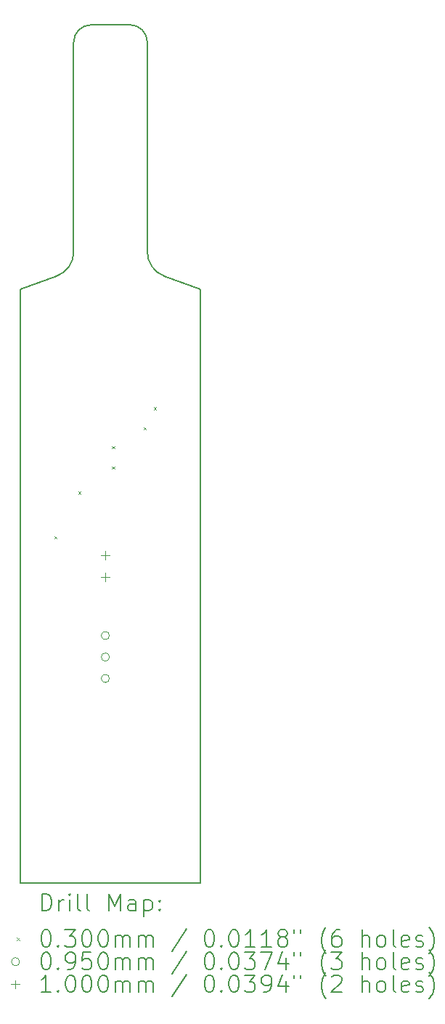
<source format=gbr>
%TF.GenerationSoftware,KiCad,Pcbnew,7.0.7*%
%TF.CreationDate,2024-01-05T06:15:33+01:00*%
%TF.ProjectId,microscope,6d696372-6f73-4636-9f70-652e6b696361,rev?*%
%TF.SameCoordinates,Original*%
%TF.FileFunction,Drillmap*%
%TF.FilePolarity,Positive*%
%FSLAX45Y45*%
G04 Gerber Fmt 4.5, Leading zero omitted, Abs format (unit mm)*
G04 Created by KiCad (PCBNEW 7.0.7) date 2024-01-05 06:15:33*
%MOMM*%
%LPD*%
G01*
G04 APERTURE LIST*
%ADD10C,0.200000*%
%ADD11C,0.030000*%
%ADD12C,0.095000*%
%ADD13C,0.100000*%
G04 APERTURE END LIST*
D10*
X13539410Y-6380000D02*
G75*
G03*
X13339404Y-6180000I-200010J-10D01*
G01*
X14160000Y-16180000D02*
X14160000Y-9260000D01*
X12880596Y-6180006D02*
G75*
G03*
X12680596Y-6380000I-6J-199994D01*
G01*
X13539404Y-8824059D02*
X13539404Y-6380000D01*
X13339404Y-6180000D02*
X12880596Y-6180000D01*
X12680596Y-8824059D02*
X12680596Y-6380000D01*
X14160000Y-9260000D02*
X13736798Y-9105967D01*
X13539402Y-8824059D02*
G75*
G03*
X13736798Y-9105967I299998J-1D01*
G01*
X12060000Y-16180000D02*
X14160000Y-16180000D01*
X12060000Y-9260000D02*
X12060000Y-16180000D01*
X12060000Y-9260000D02*
X12483202Y-9105967D01*
X12483202Y-9105965D02*
G75*
G03*
X12680596Y-8824059I-102602J281905D01*
G01*
D11*
X12455000Y-12135000D02*
X12485000Y-12165000D01*
X12485000Y-12135000D02*
X12455000Y-12165000D01*
X12735000Y-11615000D02*
X12765000Y-11645000D01*
X12765000Y-11615000D02*
X12735000Y-11645000D01*
X13125000Y-11085000D02*
X13155000Y-11115000D01*
X13155000Y-11085000D02*
X13125000Y-11115000D01*
X13125000Y-11325000D02*
X13155000Y-11355000D01*
X13155000Y-11325000D02*
X13125000Y-11355000D01*
X13495000Y-10865000D02*
X13525000Y-10895000D01*
X13525000Y-10865000D02*
X13495000Y-10895000D01*
X13615000Y-10635000D02*
X13645000Y-10665000D01*
X13645000Y-10635000D02*
X13615000Y-10665000D01*
D12*
X13097263Y-13294621D02*
G75*
G03*
X13097263Y-13294621I-47500J0D01*
G01*
X13097263Y-13544621D02*
G75*
G03*
X13097263Y-13544621I-47500J0D01*
G01*
X13097263Y-13794621D02*
G75*
G03*
X13097263Y-13794621I-47500J0D01*
G01*
D13*
X13049763Y-12309621D02*
X13049763Y-12409621D01*
X12999763Y-12359621D02*
X13099763Y-12359621D01*
X13049763Y-12559621D02*
X13049763Y-12659621D01*
X12999763Y-12609621D02*
X13099763Y-12609621D01*
D10*
X12310777Y-16501484D02*
X12310777Y-16301484D01*
X12310777Y-16301484D02*
X12358396Y-16301484D01*
X12358396Y-16301484D02*
X12386967Y-16311008D01*
X12386967Y-16311008D02*
X12406015Y-16330055D01*
X12406015Y-16330055D02*
X12415539Y-16349103D01*
X12415539Y-16349103D02*
X12425062Y-16387198D01*
X12425062Y-16387198D02*
X12425062Y-16415769D01*
X12425062Y-16415769D02*
X12415539Y-16453865D01*
X12415539Y-16453865D02*
X12406015Y-16472912D01*
X12406015Y-16472912D02*
X12386967Y-16491960D01*
X12386967Y-16491960D02*
X12358396Y-16501484D01*
X12358396Y-16501484D02*
X12310777Y-16501484D01*
X12510777Y-16501484D02*
X12510777Y-16368150D01*
X12510777Y-16406246D02*
X12520301Y-16387198D01*
X12520301Y-16387198D02*
X12529824Y-16377674D01*
X12529824Y-16377674D02*
X12548872Y-16368150D01*
X12548872Y-16368150D02*
X12567920Y-16368150D01*
X12634586Y-16501484D02*
X12634586Y-16368150D01*
X12634586Y-16301484D02*
X12625062Y-16311008D01*
X12625062Y-16311008D02*
X12634586Y-16320531D01*
X12634586Y-16320531D02*
X12644110Y-16311008D01*
X12644110Y-16311008D02*
X12634586Y-16301484D01*
X12634586Y-16301484D02*
X12634586Y-16320531D01*
X12758396Y-16501484D02*
X12739348Y-16491960D01*
X12739348Y-16491960D02*
X12729824Y-16472912D01*
X12729824Y-16472912D02*
X12729824Y-16301484D01*
X12863158Y-16501484D02*
X12844110Y-16491960D01*
X12844110Y-16491960D02*
X12834586Y-16472912D01*
X12834586Y-16472912D02*
X12834586Y-16301484D01*
X13091729Y-16501484D02*
X13091729Y-16301484D01*
X13091729Y-16301484D02*
X13158396Y-16444341D01*
X13158396Y-16444341D02*
X13225062Y-16301484D01*
X13225062Y-16301484D02*
X13225062Y-16501484D01*
X13406015Y-16501484D02*
X13406015Y-16396722D01*
X13406015Y-16396722D02*
X13396491Y-16377674D01*
X13396491Y-16377674D02*
X13377443Y-16368150D01*
X13377443Y-16368150D02*
X13339348Y-16368150D01*
X13339348Y-16368150D02*
X13320301Y-16377674D01*
X13406015Y-16491960D02*
X13386967Y-16501484D01*
X13386967Y-16501484D02*
X13339348Y-16501484D01*
X13339348Y-16501484D02*
X13320301Y-16491960D01*
X13320301Y-16491960D02*
X13310777Y-16472912D01*
X13310777Y-16472912D02*
X13310777Y-16453865D01*
X13310777Y-16453865D02*
X13320301Y-16434817D01*
X13320301Y-16434817D02*
X13339348Y-16425293D01*
X13339348Y-16425293D02*
X13386967Y-16425293D01*
X13386967Y-16425293D02*
X13406015Y-16415769D01*
X13501253Y-16368150D02*
X13501253Y-16568150D01*
X13501253Y-16377674D02*
X13520301Y-16368150D01*
X13520301Y-16368150D02*
X13558396Y-16368150D01*
X13558396Y-16368150D02*
X13577443Y-16377674D01*
X13577443Y-16377674D02*
X13586967Y-16387198D01*
X13586967Y-16387198D02*
X13596491Y-16406246D01*
X13596491Y-16406246D02*
X13596491Y-16463388D01*
X13596491Y-16463388D02*
X13586967Y-16482436D01*
X13586967Y-16482436D02*
X13577443Y-16491960D01*
X13577443Y-16491960D02*
X13558396Y-16501484D01*
X13558396Y-16501484D02*
X13520301Y-16501484D01*
X13520301Y-16501484D02*
X13501253Y-16491960D01*
X13682205Y-16482436D02*
X13691729Y-16491960D01*
X13691729Y-16491960D02*
X13682205Y-16501484D01*
X13682205Y-16501484D02*
X13672682Y-16491960D01*
X13672682Y-16491960D02*
X13682205Y-16482436D01*
X13682205Y-16482436D02*
X13682205Y-16501484D01*
X13682205Y-16377674D02*
X13691729Y-16387198D01*
X13691729Y-16387198D02*
X13682205Y-16396722D01*
X13682205Y-16396722D02*
X13672682Y-16387198D01*
X13672682Y-16387198D02*
X13682205Y-16377674D01*
X13682205Y-16377674D02*
X13682205Y-16396722D01*
D11*
X12020000Y-16815000D02*
X12050000Y-16845000D01*
X12050000Y-16815000D02*
X12020000Y-16845000D01*
D10*
X12348872Y-16721484D02*
X12367920Y-16721484D01*
X12367920Y-16721484D02*
X12386967Y-16731008D01*
X12386967Y-16731008D02*
X12396491Y-16740531D01*
X12396491Y-16740531D02*
X12406015Y-16759579D01*
X12406015Y-16759579D02*
X12415539Y-16797674D01*
X12415539Y-16797674D02*
X12415539Y-16845293D01*
X12415539Y-16845293D02*
X12406015Y-16883389D01*
X12406015Y-16883389D02*
X12396491Y-16902436D01*
X12396491Y-16902436D02*
X12386967Y-16911960D01*
X12386967Y-16911960D02*
X12367920Y-16921484D01*
X12367920Y-16921484D02*
X12348872Y-16921484D01*
X12348872Y-16921484D02*
X12329824Y-16911960D01*
X12329824Y-16911960D02*
X12320301Y-16902436D01*
X12320301Y-16902436D02*
X12310777Y-16883389D01*
X12310777Y-16883389D02*
X12301253Y-16845293D01*
X12301253Y-16845293D02*
X12301253Y-16797674D01*
X12301253Y-16797674D02*
X12310777Y-16759579D01*
X12310777Y-16759579D02*
X12320301Y-16740531D01*
X12320301Y-16740531D02*
X12329824Y-16731008D01*
X12329824Y-16731008D02*
X12348872Y-16721484D01*
X12501253Y-16902436D02*
X12510777Y-16911960D01*
X12510777Y-16911960D02*
X12501253Y-16921484D01*
X12501253Y-16921484D02*
X12491729Y-16911960D01*
X12491729Y-16911960D02*
X12501253Y-16902436D01*
X12501253Y-16902436D02*
X12501253Y-16921484D01*
X12577443Y-16721484D02*
X12701253Y-16721484D01*
X12701253Y-16721484D02*
X12634586Y-16797674D01*
X12634586Y-16797674D02*
X12663158Y-16797674D01*
X12663158Y-16797674D02*
X12682205Y-16807198D01*
X12682205Y-16807198D02*
X12691729Y-16816722D01*
X12691729Y-16816722D02*
X12701253Y-16835770D01*
X12701253Y-16835770D02*
X12701253Y-16883389D01*
X12701253Y-16883389D02*
X12691729Y-16902436D01*
X12691729Y-16902436D02*
X12682205Y-16911960D01*
X12682205Y-16911960D02*
X12663158Y-16921484D01*
X12663158Y-16921484D02*
X12606015Y-16921484D01*
X12606015Y-16921484D02*
X12586967Y-16911960D01*
X12586967Y-16911960D02*
X12577443Y-16902436D01*
X12825062Y-16721484D02*
X12844110Y-16721484D01*
X12844110Y-16721484D02*
X12863158Y-16731008D01*
X12863158Y-16731008D02*
X12872682Y-16740531D01*
X12872682Y-16740531D02*
X12882205Y-16759579D01*
X12882205Y-16759579D02*
X12891729Y-16797674D01*
X12891729Y-16797674D02*
X12891729Y-16845293D01*
X12891729Y-16845293D02*
X12882205Y-16883389D01*
X12882205Y-16883389D02*
X12872682Y-16902436D01*
X12872682Y-16902436D02*
X12863158Y-16911960D01*
X12863158Y-16911960D02*
X12844110Y-16921484D01*
X12844110Y-16921484D02*
X12825062Y-16921484D01*
X12825062Y-16921484D02*
X12806015Y-16911960D01*
X12806015Y-16911960D02*
X12796491Y-16902436D01*
X12796491Y-16902436D02*
X12786967Y-16883389D01*
X12786967Y-16883389D02*
X12777443Y-16845293D01*
X12777443Y-16845293D02*
X12777443Y-16797674D01*
X12777443Y-16797674D02*
X12786967Y-16759579D01*
X12786967Y-16759579D02*
X12796491Y-16740531D01*
X12796491Y-16740531D02*
X12806015Y-16731008D01*
X12806015Y-16731008D02*
X12825062Y-16721484D01*
X13015539Y-16721484D02*
X13034586Y-16721484D01*
X13034586Y-16721484D02*
X13053634Y-16731008D01*
X13053634Y-16731008D02*
X13063158Y-16740531D01*
X13063158Y-16740531D02*
X13072682Y-16759579D01*
X13072682Y-16759579D02*
X13082205Y-16797674D01*
X13082205Y-16797674D02*
X13082205Y-16845293D01*
X13082205Y-16845293D02*
X13072682Y-16883389D01*
X13072682Y-16883389D02*
X13063158Y-16902436D01*
X13063158Y-16902436D02*
X13053634Y-16911960D01*
X13053634Y-16911960D02*
X13034586Y-16921484D01*
X13034586Y-16921484D02*
X13015539Y-16921484D01*
X13015539Y-16921484D02*
X12996491Y-16911960D01*
X12996491Y-16911960D02*
X12986967Y-16902436D01*
X12986967Y-16902436D02*
X12977443Y-16883389D01*
X12977443Y-16883389D02*
X12967920Y-16845293D01*
X12967920Y-16845293D02*
X12967920Y-16797674D01*
X12967920Y-16797674D02*
X12977443Y-16759579D01*
X12977443Y-16759579D02*
X12986967Y-16740531D01*
X12986967Y-16740531D02*
X12996491Y-16731008D01*
X12996491Y-16731008D02*
X13015539Y-16721484D01*
X13167920Y-16921484D02*
X13167920Y-16788150D01*
X13167920Y-16807198D02*
X13177443Y-16797674D01*
X13177443Y-16797674D02*
X13196491Y-16788150D01*
X13196491Y-16788150D02*
X13225063Y-16788150D01*
X13225063Y-16788150D02*
X13244110Y-16797674D01*
X13244110Y-16797674D02*
X13253634Y-16816722D01*
X13253634Y-16816722D02*
X13253634Y-16921484D01*
X13253634Y-16816722D02*
X13263158Y-16797674D01*
X13263158Y-16797674D02*
X13282205Y-16788150D01*
X13282205Y-16788150D02*
X13310777Y-16788150D01*
X13310777Y-16788150D02*
X13329824Y-16797674D01*
X13329824Y-16797674D02*
X13339348Y-16816722D01*
X13339348Y-16816722D02*
X13339348Y-16921484D01*
X13434586Y-16921484D02*
X13434586Y-16788150D01*
X13434586Y-16807198D02*
X13444110Y-16797674D01*
X13444110Y-16797674D02*
X13463158Y-16788150D01*
X13463158Y-16788150D02*
X13491729Y-16788150D01*
X13491729Y-16788150D02*
X13510777Y-16797674D01*
X13510777Y-16797674D02*
X13520301Y-16816722D01*
X13520301Y-16816722D02*
X13520301Y-16921484D01*
X13520301Y-16816722D02*
X13529824Y-16797674D01*
X13529824Y-16797674D02*
X13548872Y-16788150D01*
X13548872Y-16788150D02*
X13577443Y-16788150D01*
X13577443Y-16788150D02*
X13596491Y-16797674D01*
X13596491Y-16797674D02*
X13606015Y-16816722D01*
X13606015Y-16816722D02*
X13606015Y-16921484D01*
X13996491Y-16711960D02*
X13825063Y-16969103D01*
X14253634Y-16721484D02*
X14272682Y-16721484D01*
X14272682Y-16721484D02*
X14291729Y-16731008D01*
X14291729Y-16731008D02*
X14301253Y-16740531D01*
X14301253Y-16740531D02*
X14310777Y-16759579D01*
X14310777Y-16759579D02*
X14320301Y-16797674D01*
X14320301Y-16797674D02*
X14320301Y-16845293D01*
X14320301Y-16845293D02*
X14310777Y-16883389D01*
X14310777Y-16883389D02*
X14301253Y-16902436D01*
X14301253Y-16902436D02*
X14291729Y-16911960D01*
X14291729Y-16911960D02*
X14272682Y-16921484D01*
X14272682Y-16921484D02*
X14253634Y-16921484D01*
X14253634Y-16921484D02*
X14234586Y-16911960D01*
X14234586Y-16911960D02*
X14225063Y-16902436D01*
X14225063Y-16902436D02*
X14215539Y-16883389D01*
X14215539Y-16883389D02*
X14206015Y-16845293D01*
X14206015Y-16845293D02*
X14206015Y-16797674D01*
X14206015Y-16797674D02*
X14215539Y-16759579D01*
X14215539Y-16759579D02*
X14225063Y-16740531D01*
X14225063Y-16740531D02*
X14234586Y-16731008D01*
X14234586Y-16731008D02*
X14253634Y-16721484D01*
X14406015Y-16902436D02*
X14415539Y-16911960D01*
X14415539Y-16911960D02*
X14406015Y-16921484D01*
X14406015Y-16921484D02*
X14396491Y-16911960D01*
X14396491Y-16911960D02*
X14406015Y-16902436D01*
X14406015Y-16902436D02*
X14406015Y-16921484D01*
X14539348Y-16721484D02*
X14558396Y-16721484D01*
X14558396Y-16721484D02*
X14577444Y-16731008D01*
X14577444Y-16731008D02*
X14586967Y-16740531D01*
X14586967Y-16740531D02*
X14596491Y-16759579D01*
X14596491Y-16759579D02*
X14606015Y-16797674D01*
X14606015Y-16797674D02*
X14606015Y-16845293D01*
X14606015Y-16845293D02*
X14596491Y-16883389D01*
X14596491Y-16883389D02*
X14586967Y-16902436D01*
X14586967Y-16902436D02*
X14577444Y-16911960D01*
X14577444Y-16911960D02*
X14558396Y-16921484D01*
X14558396Y-16921484D02*
X14539348Y-16921484D01*
X14539348Y-16921484D02*
X14520301Y-16911960D01*
X14520301Y-16911960D02*
X14510777Y-16902436D01*
X14510777Y-16902436D02*
X14501253Y-16883389D01*
X14501253Y-16883389D02*
X14491729Y-16845293D01*
X14491729Y-16845293D02*
X14491729Y-16797674D01*
X14491729Y-16797674D02*
X14501253Y-16759579D01*
X14501253Y-16759579D02*
X14510777Y-16740531D01*
X14510777Y-16740531D02*
X14520301Y-16731008D01*
X14520301Y-16731008D02*
X14539348Y-16721484D01*
X14796491Y-16921484D02*
X14682206Y-16921484D01*
X14739348Y-16921484D02*
X14739348Y-16721484D01*
X14739348Y-16721484D02*
X14720301Y-16750055D01*
X14720301Y-16750055D02*
X14701253Y-16769103D01*
X14701253Y-16769103D02*
X14682206Y-16778627D01*
X14986967Y-16921484D02*
X14872682Y-16921484D01*
X14929825Y-16921484D02*
X14929825Y-16721484D01*
X14929825Y-16721484D02*
X14910777Y-16750055D01*
X14910777Y-16750055D02*
X14891729Y-16769103D01*
X14891729Y-16769103D02*
X14872682Y-16778627D01*
X15101253Y-16807198D02*
X15082206Y-16797674D01*
X15082206Y-16797674D02*
X15072682Y-16788150D01*
X15072682Y-16788150D02*
X15063158Y-16769103D01*
X15063158Y-16769103D02*
X15063158Y-16759579D01*
X15063158Y-16759579D02*
X15072682Y-16740531D01*
X15072682Y-16740531D02*
X15082206Y-16731008D01*
X15082206Y-16731008D02*
X15101253Y-16721484D01*
X15101253Y-16721484D02*
X15139348Y-16721484D01*
X15139348Y-16721484D02*
X15158396Y-16731008D01*
X15158396Y-16731008D02*
X15167920Y-16740531D01*
X15167920Y-16740531D02*
X15177444Y-16759579D01*
X15177444Y-16759579D02*
X15177444Y-16769103D01*
X15177444Y-16769103D02*
X15167920Y-16788150D01*
X15167920Y-16788150D02*
X15158396Y-16797674D01*
X15158396Y-16797674D02*
X15139348Y-16807198D01*
X15139348Y-16807198D02*
X15101253Y-16807198D01*
X15101253Y-16807198D02*
X15082206Y-16816722D01*
X15082206Y-16816722D02*
X15072682Y-16826246D01*
X15072682Y-16826246D02*
X15063158Y-16845293D01*
X15063158Y-16845293D02*
X15063158Y-16883389D01*
X15063158Y-16883389D02*
X15072682Y-16902436D01*
X15072682Y-16902436D02*
X15082206Y-16911960D01*
X15082206Y-16911960D02*
X15101253Y-16921484D01*
X15101253Y-16921484D02*
X15139348Y-16921484D01*
X15139348Y-16921484D02*
X15158396Y-16911960D01*
X15158396Y-16911960D02*
X15167920Y-16902436D01*
X15167920Y-16902436D02*
X15177444Y-16883389D01*
X15177444Y-16883389D02*
X15177444Y-16845293D01*
X15177444Y-16845293D02*
X15167920Y-16826246D01*
X15167920Y-16826246D02*
X15158396Y-16816722D01*
X15158396Y-16816722D02*
X15139348Y-16807198D01*
X15253634Y-16721484D02*
X15253634Y-16759579D01*
X15329825Y-16721484D02*
X15329825Y-16759579D01*
X15625063Y-16997674D02*
X15615539Y-16988150D01*
X15615539Y-16988150D02*
X15596491Y-16959579D01*
X15596491Y-16959579D02*
X15586968Y-16940531D01*
X15586968Y-16940531D02*
X15577444Y-16911960D01*
X15577444Y-16911960D02*
X15567920Y-16864341D01*
X15567920Y-16864341D02*
X15567920Y-16826246D01*
X15567920Y-16826246D02*
X15577444Y-16778627D01*
X15577444Y-16778627D02*
X15586968Y-16750055D01*
X15586968Y-16750055D02*
X15596491Y-16731008D01*
X15596491Y-16731008D02*
X15615539Y-16702436D01*
X15615539Y-16702436D02*
X15625063Y-16692912D01*
X15786968Y-16721484D02*
X15748872Y-16721484D01*
X15748872Y-16721484D02*
X15729825Y-16731008D01*
X15729825Y-16731008D02*
X15720301Y-16740531D01*
X15720301Y-16740531D02*
X15701253Y-16769103D01*
X15701253Y-16769103D02*
X15691729Y-16807198D01*
X15691729Y-16807198D02*
X15691729Y-16883389D01*
X15691729Y-16883389D02*
X15701253Y-16902436D01*
X15701253Y-16902436D02*
X15710777Y-16911960D01*
X15710777Y-16911960D02*
X15729825Y-16921484D01*
X15729825Y-16921484D02*
X15767920Y-16921484D01*
X15767920Y-16921484D02*
X15786968Y-16911960D01*
X15786968Y-16911960D02*
X15796491Y-16902436D01*
X15796491Y-16902436D02*
X15806015Y-16883389D01*
X15806015Y-16883389D02*
X15806015Y-16835770D01*
X15806015Y-16835770D02*
X15796491Y-16816722D01*
X15796491Y-16816722D02*
X15786968Y-16807198D01*
X15786968Y-16807198D02*
X15767920Y-16797674D01*
X15767920Y-16797674D02*
X15729825Y-16797674D01*
X15729825Y-16797674D02*
X15710777Y-16807198D01*
X15710777Y-16807198D02*
X15701253Y-16816722D01*
X15701253Y-16816722D02*
X15691729Y-16835770D01*
X16044110Y-16921484D02*
X16044110Y-16721484D01*
X16129825Y-16921484D02*
X16129825Y-16816722D01*
X16129825Y-16816722D02*
X16120301Y-16797674D01*
X16120301Y-16797674D02*
X16101253Y-16788150D01*
X16101253Y-16788150D02*
X16072682Y-16788150D01*
X16072682Y-16788150D02*
X16053634Y-16797674D01*
X16053634Y-16797674D02*
X16044110Y-16807198D01*
X16253634Y-16921484D02*
X16234587Y-16911960D01*
X16234587Y-16911960D02*
X16225063Y-16902436D01*
X16225063Y-16902436D02*
X16215539Y-16883389D01*
X16215539Y-16883389D02*
X16215539Y-16826246D01*
X16215539Y-16826246D02*
X16225063Y-16807198D01*
X16225063Y-16807198D02*
X16234587Y-16797674D01*
X16234587Y-16797674D02*
X16253634Y-16788150D01*
X16253634Y-16788150D02*
X16282206Y-16788150D01*
X16282206Y-16788150D02*
X16301253Y-16797674D01*
X16301253Y-16797674D02*
X16310777Y-16807198D01*
X16310777Y-16807198D02*
X16320301Y-16826246D01*
X16320301Y-16826246D02*
X16320301Y-16883389D01*
X16320301Y-16883389D02*
X16310777Y-16902436D01*
X16310777Y-16902436D02*
X16301253Y-16911960D01*
X16301253Y-16911960D02*
X16282206Y-16921484D01*
X16282206Y-16921484D02*
X16253634Y-16921484D01*
X16434587Y-16921484D02*
X16415539Y-16911960D01*
X16415539Y-16911960D02*
X16406015Y-16892912D01*
X16406015Y-16892912D02*
X16406015Y-16721484D01*
X16586968Y-16911960D02*
X16567920Y-16921484D01*
X16567920Y-16921484D02*
X16529825Y-16921484D01*
X16529825Y-16921484D02*
X16510777Y-16911960D01*
X16510777Y-16911960D02*
X16501253Y-16892912D01*
X16501253Y-16892912D02*
X16501253Y-16816722D01*
X16501253Y-16816722D02*
X16510777Y-16797674D01*
X16510777Y-16797674D02*
X16529825Y-16788150D01*
X16529825Y-16788150D02*
X16567920Y-16788150D01*
X16567920Y-16788150D02*
X16586968Y-16797674D01*
X16586968Y-16797674D02*
X16596491Y-16816722D01*
X16596491Y-16816722D02*
X16596491Y-16835770D01*
X16596491Y-16835770D02*
X16501253Y-16854817D01*
X16672682Y-16911960D02*
X16691730Y-16921484D01*
X16691730Y-16921484D02*
X16729825Y-16921484D01*
X16729825Y-16921484D02*
X16748872Y-16911960D01*
X16748872Y-16911960D02*
X16758396Y-16892912D01*
X16758396Y-16892912D02*
X16758396Y-16883389D01*
X16758396Y-16883389D02*
X16748872Y-16864341D01*
X16748872Y-16864341D02*
X16729825Y-16854817D01*
X16729825Y-16854817D02*
X16701253Y-16854817D01*
X16701253Y-16854817D02*
X16682206Y-16845293D01*
X16682206Y-16845293D02*
X16672682Y-16826246D01*
X16672682Y-16826246D02*
X16672682Y-16816722D01*
X16672682Y-16816722D02*
X16682206Y-16797674D01*
X16682206Y-16797674D02*
X16701253Y-16788150D01*
X16701253Y-16788150D02*
X16729825Y-16788150D01*
X16729825Y-16788150D02*
X16748872Y-16797674D01*
X16825063Y-16997674D02*
X16834587Y-16988150D01*
X16834587Y-16988150D02*
X16853634Y-16959579D01*
X16853634Y-16959579D02*
X16863158Y-16940531D01*
X16863158Y-16940531D02*
X16872682Y-16911960D01*
X16872682Y-16911960D02*
X16882206Y-16864341D01*
X16882206Y-16864341D02*
X16882206Y-16826246D01*
X16882206Y-16826246D02*
X16872682Y-16778627D01*
X16872682Y-16778627D02*
X16863158Y-16750055D01*
X16863158Y-16750055D02*
X16853634Y-16731008D01*
X16853634Y-16731008D02*
X16834587Y-16702436D01*
X16834587Y-16702436D02*
X16825063Y-16692912D01*
D12*
X12050000Y-17094000D02*
G75*
G03*
X12050000Y-17094000I-47500J0D01*
G01*
D10*
X12348872Y-16985484D02*
X12367920Y-16985484D01*
X12367920Y-16985484D02*
X12386967Y-16995008D01*
X12386967Y-16995008D02*
X12396491Y-17004531D01*
X12396491Y-17004531D02*
X12406015Y-17023579D01*
X12406015Y-17023579D02*
X12415539Y-17061674D01*
X12415539Y-17061674D02*
X12415539Y-17109293D01*
X12415539Y-17109293D02*
X12406015Y-17147389D01*
X12406015Y-17147389D02*
X12396491Y-17166436D01*
X12396491Y-17166436D02*
X12386967Y-17175960D01*
X12386967Y-17175960D02*
X12367920Y-17185484D01*
X12367920Y-17185484D02*
X12348872Y-17185484D01*
X12348872Y-17185484D02*
X12329824Y-17175960D01*
X12329824Y-17175960D02*
X12320301Y-17166436D01*
X12320301Y-17166436D02*
X12310777Y-17147389D01*
X12310777Y-17147389D02*
X12301253Y-17109293D01*
X12301253Y-17109293D02*
X12301253Y-17061674D01*
X12301253Y-17061674D02*
X12310777Y-17023579D01*
X12310777Y-17023579D02*
X12320301Y-17004531D01*
X12320301Y-17004531D02*
X12329824Y-16995008D01*
X12329824Y-16995008D02*
X12348872Y-16985484D01*
X12501253Y-17166436D02*
X12510777Y-17175960D01*
X12510777Y-17175960D02*
X12501253Y-17185484D01*
X12501253Y-17185484D02*
X12491729Y-17175960D01*
X12491729Y-17175960D02*
X12501253Y-17166436D01*
X12501253Y-17166436D02*
X12501253Y-17185484D01*
X12606015Y-17185484D02*
X12644110Y-17185484D01*
X12644110Y-17185484D02*
X12663158Y-17175960D01*
X12663158Y-17175960D02*
X12672682Y-17166436D01*
X12672682Y-17166436D02*
X12691729Y-17137865D01*
X12691729Y-17137865D02*
X12701253Y-17099770D01*
X12701253Y-17099770D02*
X12701253Y-17023579D01*
X12701253Y-17023579D02*
X12691729Y-17004531D01*
X12691729Y-17004531D02*
X12682205Y-16995008D01*
X12682205Y-16995008D02*
X12663158Y-16985484D01*
X12663158Y-16985484D02*
X12625062Y-16985484D01*
X12625062Y-16985484D02*
X12606015Y-16995008D01*
X12606015Y-16995008D02*
X12596491Y-17004531D01*
X12596491Y-17004531D02*
X12586967Y-17023579D01*
X12586967Y-17023579D02*
X12586967Y-17071198D01*
X12586967Y-17071198D02*
X12596491Y-17090246D01*
X12596491Y-17090246D02*
X12606015Y-17099770D01*
X12606015Y-17099770D02*
X12625062Y-17109293D01*
X12625062Y-17109293D02*
X12663158Y-17109293D01*
X12663158Y-17109293D02*
X12682205Y-17099770D01*
X12682205Y-17099770D02*
X12691729Y-17090246D01*
X12691729Y-17090246D02*
X12701253Y-17071198D01*
X12882205Y-16985484D02*
X12786967Y-16985484D01*
X12786967Y-16985484D02*
X12777443Y-17080722D01*
X12777443Y-17080722D02*
X12786967Y-17071198D01*
X12786967Y-17071198D02*
X12806015Y-17061674D01*
X12806015Y-17061674D02*
X12853634Y-17061674D01*
X12853634Y-17061674D02*
X12872682Y-17071198D01*
X12872682Y-17071198D02*
X12882205Y-17080722D01*
X12882205Y-17080722D02*
X12891729Y-17099770D01*
X12891729Y-17099770D02*
X12891729Y-17147389D01*
X12891729Y-17147389D02*
X12882205Y-17166436D01*
X12882205Y-17166436D02*
X12872682Y-17175960D01*
X12872682Y-17175960D02*
X12853634Y-17185484D01*
X12853634Y-17185484D02*
X12806015Y-17185484D01*
X12806015Y-17185484D02*
X12786967Y-17175960D01*
X12786967Y-17175960D02*
X12777443Y-17166436D01*
X13015539Y-16985484D02*
X13034586Y-16985484D01*
X13034586Y-16985484D02*
X13053634Y-16995008D01*
X13053634Y-16995008D02*
X13063158Y-17004531D01*
X13063158Y-17004531D02*
X13072682Y-17023579D01*
X13072682Y-17023579D02*
X13082205Y-17061674D01*
X13082205Y-17061674D02*
X13082205Y-17109293D01*
X13082205Y-17109293D02*
X13072682Y-17147389D01*
X13072682Y-17147389D02*
X13063158Y-17166436D01*
X13063158Y-17166436D02*
X13053634Y-17175960D01*
X13053634Y-17175960D02*
X13034586Y-17185484D01*
X13034586Y-17185484D02*
X13015539Y-17185484D01*
X13015539Y-17185484D02*
X12996491Y-17175960D01*
X12996491Y-17175960D02*
X12986967Y-17166436D01*
X12986967Y-17166436D02*
X12977443Y-17147389D01*
X12977443Y-17147389D02*
X12967920Y-17109293D01*
X12967920Y-17109293D02*
X12967920Y-17061674D01*
X12967920Y-17061674D02*
X12977443Y-17023579D01*
X12977443Y-17023579D02*
X12986967Y-17004531D01*
X12986967Y-17004531D02*
X12996491Y-16995008D01*
X12996491Y-16995008D02*
X13015539Y-16985484D01*
X13167920Y-17185484D02*
X13167920Y-17052150D01*
X13167920Y-17071198D02*
X13177443Y-17061674D01*
X13177443Y-17061674D02*
X13196491Y-17052150D01*
X13196491Y-17052150D02*
X13225063Y-17052150D01*
X13225063Y-17052150D02*
X13244110Y-17061674D01*
X13244110Y-17061674D02*
X13253634Y-17080722D01*
X13253634Y-17080722D02*
X13253634Y-17185484D01*
X13253634Y-17080722D02*
X13263158Y-17061674D01*
X13263158Y-17061674D02*
X13282205Y-17052150D01*
X13282205Y-17052150D02*
X13310777Y-17052150D01*
X13310777Y-17052150D02*
X13329824Y-17061674D01*
X13329824Y-17061674D02*
X13339348Y-17080722D01*
X13339348Y-17080722D02*
X13339348Y-17185484D01*
X13434586Y-17185484D02*
X13434586Y-17052150D01*
X13434586Y-17071198D02*
X13444110Y-17061674D01*
X13444110Y-17061674D02*
X13463158Y-17052150D01*
X13463158Y-17052150D02*
X13491729Y-17052150D01*
X13491729Y-17052150D02*
X13510777Y-17061674D01*
X13510777Y-17061674D02*
X13520301Y-17080722D01*
X13520301Y-17080722D02*
X13520301Y-17185484D01*
X13520301Y-17080722D02*
X13529824Y-17061674D01*
X13529824Y-17061674D02*
X13548872Y-17052150D01*
X13548872Y-17052150D02*
X13577443Y-17052150D01*
X13577443Y-17052150D02*
X13596491Y-17061674D01*
X13596491Y-17061674D02*
X13606015Y-17080722D01*
X13606015Y-17080722D02*
X13606015Y-17185484D01*
X13996491Y-16975960D02*
X13825063Y-17233103D01*
X14253634Y-16985484D02*
X14272682Y-16985484D01*
X14272682Y-16985484D02*
X14291729Y-16995008D01*
X14291729Y-16995008D02*
X14301253Y-17004531D01*
X14301253Y-17004531D02*
X14310777Y-17023579D01*
X14310777Y-17023579D02*
X14320301Y-17061674D01*
X14320301Y-17061674D02*
X14320301Y-17109293D01*
X14320301Y-17109293D02*
X14310777Y-17147389D01*
X14310777Y-17147389D02*
X14301253Y-17166436D01*
X14301253Y-17166436D02*
X14291729Y-17175960D01*
X14291729Y-17175960D02*
X14272682Y-17185484D01*
X14272682Y-17185484D02*
X14253634Y-17185484D01*
X14253634Y-17185484D02*
X14234586Y-17175960D01*
X14234586Y-17175960D02*
X14225063Y-17166436D01*
X14225063Y-17166436D02*
X14215539Y-17147389D01*
X14215539Y-17147389D02*
X14206015Y-17109293D01*
X14206015Y-17109293D02*
X14206015Y-17061674D01*
X14206015Y-17061674D02*
X14215539Y-17023579D01*
X14215539Y-17023579D02*
X14225063Y-17004531D01*
X14225063Y-17004531D02*
X14234586Y-16995008D01*
X14234586Y-16995008D02*
X14253634Y-16985484D01*
X14406015Y-17166436D02*
X14415539Y-17175960D01*
X14415539Y-17175960D02*
X14406015Y-17185484D01*
X14406015Y-17185484D02*
X14396491Y-17175960D01*
X14396491Y-17175960D02*
X14406015Y-17166436D01*
X14406015Y-17166436D02*
X14406015Y-17185484D01*
X14539348Y-16985484D02*
X14558396Y-16985484D01*
X14558396Y-16985484D02*
X14577444Y-16995008D01*
X14577444Y-16995008D02*
X14586967Y-17004531D01*
X14586967Y-17004531D02*
X14596491Y-17023579D01*
X14596491Y-17023579D02*
X14606015Y-17061674D01*
X14606015Y-17061674D02*
X14606015Y-17109293D01*
X14606015Y-17109293D02*
X14596491Y-17147389D01*
X14596491Y-17147389D02*
X14586967Y-17166436D01*
X14586967Y-17166436D02*
X14577444Y-17175960D01*
X14577444Y-17175960D02*
X14558396Y-17185484D01*
X14558396Y-17185484D02*
X14539348Y-17185484D01*
X14539348Y-17185484D02*
X14520301Y-17175960D01*
X14520301Y-17175960D02*
X14510777Y-17166436D01*
X14510777Y-17166436D02*
X14501253Y-17147389D01*
X14501253Y-17147389D02*
X14491729Y-17109293D01*
X14491729Y-17109293D02*
X14491729Y-17061674D01*
X14491729Y-17061674D02*
X14501253Y-17023579D01*
X14501253Y-17023579D02*
X14510777Y-17004531D01*
X14510777Y-17004531D02*
X14520301Y-16995008D01*
X14520301Y-16995008D02*
X14539348Y-16985484D01*
X14672682Y-16985484D02*
X14796491Y-16985484D01*
X14796491Y-16985484D02*
X14729825Y-17061674D01*
X14729825Y-17061674D02*
X14758396Y-17061674D01*
X14758396Y-17061674D02*
X14777444Y-17071198D01*
X14777444Y-17071198D02*
X14786967Y-17080722D01*
X14786967Y-17080722D02*
X14796491Y-17099770D01*
X14796491Y-17099770D02*
X14796491Y-17147389D01*
X14796491Y-17147389D02*
X14786967Y-17166436D01*
X14786967Y-17166436D02*
X14777444Y-17175960D01*
X14777444Y-17175960D02*
X14758396Y-17185484D01*
X14758396Y-17185484D02*
X14701253Y-17185484D01*
X14701253Y-17185484D02*
X14682206Y-17175960D01*
X14682206Y-17175960D02*
X14672682Y-17166436D01*
X14863158Y-16985484D02*
X14996491Y-16985484D01*
X14996491Y-16985484D02*
X14910777Y-17185484D01*
X15158396Y-17052150D02*
X15158396Y-17185484D01*
X15110777Y-16975960D02*
X15063158Y-17118817D01*
X15063158Y-17118817D02*
X15186967Y-17118817D01*
X15253634Y-16985484D02*
X15253634Y-17023579D01*
X15329825Y-16985484D02*
X15329825Y-17023579D01*
X15625063Y-17261674D02*
X15615539Y-17252150D01*
X15615539Y-17252150D02*
X15596491Y-17223579D01*
X15596491Y-17223579D02*
X15586968Y-17204531D01*
X15586968Y-17204531D02*
X15577444Y-17175960D01*
X15577444Y-17175960D02*
X15567920Y-17128341D01*
X15567920Y-17128341D02*
X15567920Y-17090246D01*
X15567920Y-17090246D02*
X15577444Y-17042627D01*
X15577444Y-17042627D02*
X15586968Y-17014055D01*
X15586968Y-17014055D02*
X15596491Y-16995008D01*
X15596491Y-16995008D02*
X15615539Y-16966436D01*
X15615539Y-16966436D02*
X15625063Y-16956912D01*
X15682206Y-16985484D02*
X15806015Y-16985484D01*
X15806015Y-16985484D02*
X15739348Y-17061674D01*
X15739348Y-17061674D02*
X15767920Y-17061674D01*
X15767920Y-17061674D02*
X15786968Y-17071198D01*
X15786968Y-17071198D02*
X15796491Y-17080722D01*
X15796491Y-17080722D02*
X15806015Y-17099770D01*
X15806015Y-17099770D02*
X15806015Y-17147389D01*
X15806015Y-17147389D02*
X15796491Y-17166436D01*
X15796491Y-17166436D02*
X15786968Y-17175960D01*
X15786968Y-17175960D02*
X15767920Y-17185484D01*
X15767920Y-17185484D02*
X15710777Y-17185484D01*
X15710777Y-17185484D02*
X15691729Y-17175960D01*
X15691729Y-17175960D02*
X15682206Y-17166436D01*
X16044110Y-17185484D02*
X16044110Y-16985484D01*
X16129825Y-17185484D02*
X16129825Y-17080722D01*
X16129825Y-17080722D02*
X16120301Y-17061674D01*
X16120301Y-17061674D02*
X16101253Y-17052150D01*
X16101253Y-17052150D02*
X16072682Y-17052150D01*
X16072682Y-17052150D02*
X16053634Y-17061674D01*
X16053634Y-17061674D02*
X16044110Y-17071198D01*
X16253634Y-17185484D02*
X16234587Y-17175960D01*
X16234587Y-17175960D02*
X16225063Y-17166436D01*
X16225063Y-17166436D02*
X16215539Y-17147389D01*
X16215539Y-17147389D02*
X16215539Y-17090246D01*
X16215539Y-17090246D02*
X16225063Y-17071198D01*
X16225063Y-17071198D02*
X16234587Y-17061674D01*
X16234587Y-17061674D02*
X16253634Y-17052150D01*
X16253634Y-17052150D02*
X16282206Y-17052150D01*
X16282206Y-17052150D02*
X16301253Y-17061674D01*
X16301253Y-17061674D02*
X16310777Y-17071198D01*
X16310777Y-17071198D02*
X16320301Y-17090246D01*
X16320301Y-17090246D02*
X16320301Y-17147389D01*
X16320301Y-17147389D02*
X16310777Y-17166436D01*
X16310777Y-17166436D02*
X16301253Y-17175960D01*
X16301253Y-17175960D02*
X16282206Y-17185484D01*
X16282206Y-17185484D02*
X16253634Y-17185484D01*
X16434587Y-17185484D02*
X16415539Y-17175960D01*
X16415539Y-17175960D02*
X16406015Y-17156912D01*
X16406015Y-17156912D02*
X16406015Y-16985484D01*
X16586968Y-17175960D02*
X16567920Y-17185484D01*
X16567920Y-17185484D02*
X16529825Y-17185484D01*
X16529825Y-17185484D02*
X16510777Y-17175960D01*
X16510777Y-17175960D02*
X16501253Y-17156912D01*
X16501253Y-17156912D02*
X16501253Y-17080722D01*
X16501253Y-17080722D02*
X16510777Y-17061674D01*
X16510777Y-17061674D02*
X16529825Y-17052150D01*
X16529825Y-17052150D02*
X16567920Y-17052150D01*
X16567920Y-17052150D02*
X16586968Y-17061674D01*
X16586968Y-17061674D02*
X16596491Y-17080722D01*
X16596491Y-17080722D02*
X16596491Y-17099770D01*
X16596491Y-17099770D02*
X16501253Y-17118817D01*
X16672682Y-17175960D02*
X16691730Y-17185484D01*
X16691730Y-17185484D02*
X16729825Y-17185484D01*
X16729825Y-17185484D02*
X16748872Y-17175960D01*
X16748872Y-17175960D02*
X16758396Y-17156912D01*
X16758396Y-17156912D02*
X16758396Y-17147389D01*
X16758396Y-17147389D02*
X16748872Y-17128341D01*
X16748872Y-17128341D02*
X16729825Y-17118817D01*
X16729825Y-17118817D02*
X16701253Y-17118817D01*
X16701253Y-17118817D02*
X16682206Y-17109293D01*
X16682206Y-17109293D02*
X16672682Y-17090246D01*
X16672682Y-17090246D02*
X16672682Y-17080722D01*
X16672682Y-17080722D02*
X16682206Y-17061674D01*
X16682206Y-17061674D02*
X16701253Y-17052150D01*
X16701253Y-17052150D02*
X16729825Y-17052150D01*
X16729825Y-17052150D02*
X16748872Y-17061674D01*
X16825063Y-17261674D02*
X16834587Y-17252150D01*
X16834587Y-17252150D02*
X16853634Y-17223579D01*
X16853634Y-17223579D02*
X16863158Y-17204531D01*
X16863158Y-17204531D02*
X16872682Y-17175960D01*
X16872682Y-17175960D02*
X16882206Y-17128341D01*
X16882206Y-17128341D02*
X16882206Y-17090246D01*
X16882206Y-17090246D02*
X16872682Y-17042627D01*
X16872682Y-17042627D02*
X16863158Y-17014055D01*
X16863158Y-17014055D02*
X16853634Y-16995008D01*
X16853634Y-16995008D02*
X16834587Y-16966436D01*
X16834587Y-16966436D02*
X16825063Y-16956912D01*
D13*
X12000000Y-17308000D02*
X12000000Y-17408000D01*
X11950000Y-17358000D02*
X12050000Y-17358000D01*
D10*
X12415539Y-17449484D02*
X12301253Y-17449484D01*
X12358396Y-17449484D02*
X12358396Y-17249484D01*
X12358396Y-17249484D02*
X12339348Y-17278055D01*
X12339348Y-17278055D02*
X12320301Y-17297103D01*
X12320301Y-17297103D02*
X12301253Y-17306627D01*
X12501253Y-17430436D02*
X12510777Y-17439960D01*
X12510777Y-17439960D02*
X12501253Y-17449484D01*
X12501253Y-17449484D02*
X12491729Y-17439960D01*
X12491729Y-17439960D02*
X12501253Y-17430436D01*
X12501253Y-17430436D02*
X12501253Y-17449484D01*
X12634586Y-17249484D02*
X12653634Y-17249484D01*
X12653634Y-17249484D02*
X12672682Y-17259008D01*
X12672682Y-17259008D02*
X12682205Y-17268531D01*
X12682205Y-17268531D02*
X12691729Y-17287579D01*
X12691729Y-17287579D02*
X12701253Y-17325674D01*
X12701253Y-17325674D02*
X12701253Y-17373293D01*
X12701253Y-17373293D02*
X12691729Y-17411389D01*
X12691729Y-17411389D02*
X12682205Y-17430436D01*
X12682205Y-17430436D02*
X12672682Y-17439960D01*
X12672682Y-17439960D02*
X12653634Y-17449484D01*
X12653634Y-17449484D02*
X12634586Y-17449484D01*
X12634586Y-17449484D02*
X12615539Y-17439960D01*
X12615539Y-17439960D02*
X12606015Y-17430436D01*
X12606015Y-17430436D02*
X12596491Y-17411389D01*
X12596491Y-17411389D02*
X12586967Y-17373293D01*
X12586967Y-17373293D02*
X12586967Y-17325674D01*
X12586967Y-17325674D02*
X12596491Y-17287579D01*
X12596491Y-17287579D02*
X12606015Y-17268531D01*
X12606015Y-17268531D02*
X12615539Y-17259008D01*
X12615539Y-17259008D02*
X12634586Y-17249484D01*
X12825062Y-17249484D02*
X12844110Y-17249484D01*
X12844110Y-17249484D02*
X12863158Y-17259008D01*
X12863158Y-17259008D02*
X12872682Y-17268531D01*
X12872682Y-17268531D02*
X12882205Y-17287579D01*
X12882205Y-17287579D02*
X12891729Y-17325674D01*
X12891729Y-17325674D02*
X12891729Y-17373293D01*
X12891729Y-17373293D02*
X12882205Y-17411389D01*
X12882205Y-17411389D02*
X12872682Y-17430436D01*
X12872682Y-17430436D02*
X12863158Y-17439960D01*
X12863158Y-17439960D02*
X12844110Y-17449484D01*
X12844110Y-17449484D02*
X12825062Y-17449484D01*
X12825062Y-17449484D02*
X12806015Y-17439960D01*
X12806015Y-17439960D02*
X12796491Y-17430436D01*
X12796491Y-17430436D02*
X12786967Y-17411389D01*
X12786967Y-17411389D02*
X12777443Y-17373293D01*
X12777443Y-17373293D02*
X12777443Y-17325674D01*
X12777443Y-17325674D02*
X12786967Y-17287579D01*
X12786967Y-17287579D02*
X12796491Y-17268531D01*
X12796491Y-17268531D02*
X12806015Y-17259008D01*
X12806015Y-17259008D02*
X12825062Y-17249484D01*
X13015539Y-17249484D02*
X13034586Y-17249484D01*
X13034586Y-17249484D02*
X13053634Y-17259008D01*
X13053634Y-17259008D02*
X13063158Y-17268531D01*
X13063158Y-17268531D02*
X13072682Y-17287579D01*
X13072682Y-17287579D02*
X13082205Y-17325674D01*
X13082205Y-17325674D02*
X13082205Y-17373293D01*
X13082205Y-17373293D02*
X13072682Y-17411389D01*
X13072682Y-17411389D02*
X13063158Y-17430436D01*
X13063158Y-17430436D02*
X13053634Y-17439960D01*
X13053634Y-17439960D02*
X13034586Y-17449484D01*
X13034586Y-17449484D02*
X13015539Y-17449484D01*
X13015539Y-17449484D02*
X12996491Y-17439960D01*
X12996491Y-17439960D02*
X12986967Y-17430436D01*
X12986967Y-17430436D02*
X12977443Y-17411389D01*
X12977443Y-17411389D02*
X12967920Y-17373293D01*
X12967920Y-17373293D02*
X12967920Y-17325674D01*
X12967920Y-17325674D02*
X12977443Y-17287579D01*
X12977443Y-17287579D02*
X12986967Y-17268531D01*
X12986967Y-17268531D02*
X12996491Y-17259008D01*
X12996491Y-17259008D02*
X13015539Y-17249484D01*
X13167920Y-17449484D02*
X13167920Y-17316150D01*
X13167920Y-17335198D02*
X13177443Y-17325674D01*
X13177443Y-17325674D02*
X13196491Y-17316150D01*
X13196491Y-17316150D02*
X13225063Y-17316150D01*
X13225063Y-17316150D02*
X13244110Y-17325674D01*
X13244110Y-17325674D02*
X13253634Y-17344722D01*
X13253634Y-17344722D02*
X13253634Y-17449484D01*
X13253634Y-17344722D02*
X13263158Y-17325674D01*
X13263158Y-17325674D02*
X13282205Y-17316150D01*
X13282205Y-17316150D02*
X13310777Y-17316150D01*
X13310777Y-17316150D02*
X13329824Y-17325674D01*
X13329824Y-17325674D02*
X13339348Y-17344722D01*
X13339348Y-17344722D02*
X13339348Y-17449484D01*
X13434586Y-17449484D02*
X13434586Y-17316150D01*
X13434586Y-17335198D02*
X13444110Y-17325674D01*
X13444110Y-17325674D02*
X13463158Y-17316150D01*
X13463158Y-17316150D02*
X13491729Y-17316150D01*
X13491729Y-17316150D02*
X13510777Y-17325674D01*
X13510777Y-17325674D02*
X13520301Y-17344722D01*
X13520301Y-17344722D02*
X13520301Y-17449484D01*
X13520301Y-17344722D02*
X13529824Y-17325674D01*
X13529824Y-17325674D02*
X13548872Y-17316150D01*
X13548872Y-17316150D02*
X13577443Y-17316150D01*
X13577443Y-17316150D02*
X13596491Y-17325674D01*
X13596491Y-17325674D02*
X13606015Y-17344722D01*
X13606015Y-17344722D02*
X13606015Y-17449484D01*
X13996491Y-17239960D02*
X13825063Y-17497103D01*
X14253634Y-17249484D02*
X14272682Y-17249484D01*
X14272682Y-17249484D02*
X14291729Y-17259008D01*
X14291729Y-17259008D02*
X14301253Y-17268531D01*
X14301253Y-17268531D02*
X14310777Y-17287579D01*
X14310777Y-17287579D02*
X14320301Y-17325674D01*
X14320301Y-17325674D02*
X14320301Y-17373293D01*
X14320301Y-17373293D02*
X14310777Y-17411389D01*
X14310777Y-17411389D02*
X14301253Y-17430436D01*
X14301253Y-17430436D02*
X14291729Y-17439960D01*
X14291729Y-17439960D02*
X14272682Y-17449484D01*
X14272682Y-17449484D02*
X14253634Y-17449484D01*
X14253634Y-17449484D02*
X14234586Y-17439960D01*
X14234586Y-17439960D02*
X14225063Y-17430436D01*
X14225063Y-17430436D02*
X14215539Y-17411389D01*
X14215539Y-17411389D02*
X14206015Y-17373293D01*
X14206015Y-17373293D02*
X14206015Y-17325674D01*
X14206015Y-17325674D02*
X14215539Y-17287579D01*
X14215539Y-17287579D02*
X14225063Y-17268531D01*
X14225063Y-17268531D02*
X14234586Y-17259008D01*
X14234586Y-17259008D02*
X14253634Y-17249484D01*
X14406015Y-17430436D02*
X14415539Y-17439960D01*
X14415539Y-17439960D02*
X14406015Y-17449484D01*
X14406015Y-17449484D02*
X14396491Y-17439960D01*
X14396491Y-17439960D02*
X14406015Y-17430436D01*
X14406015Y-17430436D02*
X14406015Y-17449484D01*
X14539348Y-17249484D02*
X14558396Y-17249484D01*
X14558396Y-17249484D02*
X14577444Y-17259008D01*
X14577444Y-17259008D02*
X14586967Y-17268531D01*
X14586967Y-17268531D02*
X14596491Y-17287579D01*
X14596491Y-17287579D02*
X14606015Y-17325674D01*
X14606015Y-17325674D02*
X14606015Y-17373293D01*
X14606015Y-17373293D02*
X14596491Y-17411389D01*
X14596491Y-17411389D02*
X14586967Y-17430436D01*
X14586967Y-17430436D02*
X14577444Y-17439960D01*
X14577444Y-17439960D02*
X14558396Y-17449484D01*
X14558396Y-17449484D02*
X14539348Y-17449484D01*
X14539348Y-17449484D02*
X14520301Y-17439960D01*
X14520301Y-17439960D02*
X14510777Y-17430436D01*
X14510777Y-17430436D02*
X14501253Y-17411389D01*
X14501253Y-17411389D02*
X14491729Y-17373293D01*
X14491729Y-17373293D02*
X14491729Y-17325674D01*
X14491729Y-17325674D02*
X14501253Y-17287579D01*
X14501253Y-17287579D02*
X14510777Y-17268531D01*
X14510777Y-17268531D02*
X14520301Y-17259008D01*
X14520301Y-17259008D02*
X14539348Y-17249484D01*
X14672682Y-17249484D02*
X14796491Y-17249484D01*
X14796491Y-17249484D02*
X14729825Y-17325674D01*
X14729825Y-17325674D02*
X14758396Y-17325674D01*
X14758396Y-17325674D02*
X14777444Y-17335198D01*
X14777444Y-17335198D02*
X14786967Y-17344722D01*
X14786967Y-17344722D02*
X14796491Y-17363770D01*
X14796491Y-17363770D02*
X14796491Y-17411389D01*
X14796491Y-17411389D02*
X14786967Y-17430436D01*
X14786967Y-17430436D02*
X14777444Y-17439960D01*
X14777444Y-17439960D02*
X14758396Y-17449484D01*
X14758396Y-17449484D02*
X14701253Y-17449484D01*
X14701253Y-17449484D02*
X14682206Y-17439960D01*
X14682206Y-17439960D02*
X14672682Y-17430436D01*
X14891729Y-17449484D02*
X14929825Y-17449484D01*
X14929825Y-17449484D02*
X14948872Y-17439960D01*
X14948872Y-17439960D02*
X14958396Y-17430436D01*
X14958396Y-17430436D02*
X14977444Y-17401865D01*
X14977444Y-17401865D02*
X14986967Y-17363770D01*
X14986967Y-17363770D02*
X14986967Y-17287579D01*
X14986967Y-17287579D02*
X14977444Y-17268531D01*
X14977444Y-17268531D02*
X14967920Y-17259008D01*
X14967920Y-17259008D02*
X14948872Y-17249484D01*
X14948872Y-17249484D02*
X14910777Y-17249484D01*
X14910777Y-17249484D02*
X14891729Y-17259008D01*
X14891729Y-17259008D02*
X14882206Y-17268531D01*
X14882206Y-17268531D02*
X14872682Y-17287579D01*
X14872682Y-17287579D02*
X14872682Y-17335198D01*
X14872682Y-17335198D02*
X14882206Y-17354246D01*
X14882206Y-17354246D02*
X14891729Y-17363770D01*
X14891729Y-17363770D02*
X14910777Y-17373293D01*
X14910777Y-17373293D02*
X14948872Y-17373293D01*
X14948872Y-17373293D02*
X14967920Y-17363770D01*
X14967920Y-17363770D02*
X14977444Y-17354246D01*
X14977444Y-17354246D02*
X14986967Y-17335198D01*
X15158396Y-17316150D02*
X15158396Y-17449484D01*
X15110777Y-17239960D02*
X15063158Y-17382817D01*
X15063158Y-17382817D02*
X15186967Y-17382817D01*
X15253634Y-17249484D02*
X15253634Y-17287579D01*
X15329825Y-17249484D02*
X15329825Y-17287579D01*
X15625063Y-17525674D02*
X15615539Y-17516150D01*
X15615539Y-17516150D02*
X15596491Y-17487579D01*
X15596491Y-17487579D02*
X15586968Y-17468531D01*
X15586968Y-17468531D02*
X15577444Y-17439960D01*
X15577444Y-17439960D02*
X15567920Y-17392341D01*
X15567920Y-17392341D02*
X15567920Y-17354246D01*
X15567920Y-17354246D02*
X15577444Y-17306627D01*
X15577444Y-17306627D02*
X15586968Y-17278055D01*
X15586968Y-17278055D02*
X15596491Y-17259008D01*
X15596491Y-17259008D02*
X15615539Y-17230436D01*
X15615539Y-17230436D02*
X15625063Y-17220912D01*
X15691729Y-17268531D02*
X15701253Y-17259008D01*
X15701253Y-17259008D02*
X15720301Y-17249484D01*
X15720301Y-17249484D02*
X15767920Y-17249484D01*
X15767920Y-17249484D02*
X15786968Y-17259008D01*
X15786968Y-17259008D02*
X15796491Y-17268531D01*
X15796491Y-17268531D02*
X15806015Y-17287579D01*
X15806015Y-17287579D02*
X15806015Y-17306627D01*
X15806015Y-17306627D02*
X15796491Y-17335198D01*
X15796491Y-17335198D02*
X15682206Y-17449484D01*
X15682206Y-17449484D02*
X15806015Y-17449484D01*
X16044110Y-17449484D02*
X16044110Y-17249484D01*
X16129825Y-17449484D02*
X16129825Y-17344722D01*
X16129825Y-17344722D02*
X16120301Y-17325674D01*
X16120301Y-17325674D02*
X16101253Y-17316150D01*
X16101253Y-17316150D02*
X16072682Y-17316150D01*
X16072682Y-17316150D02*
X16053634Y-17325674D01*
X16053634Y-17325674D02*
X16044110Y-17335198D01*
X16253634Y-17449484D02*
X16234587Y-17439960D01*
X16234587Y-17439960D02*
X16225063Y-17430436D01*
X16225063Y-17430436D02*
X16215539Y-17411389D01*
X16215539Y-17411389D02*
X16215539Y-17354246D01*
X16215539Y-17354246D02*
X16225063Y-17335198D01*
X16225063Y-17335198D02*
X16234587Y-17325674D01*
X16234587Y-17325674D02*
X16253634Y-17316150D01*
X16253634Y-17316150D02*
X16282206Y-17316150D01*
X16282206Y-17316150D02*
X16301253Y-17325674D01*
X16301253Y-17325674D02*
X16310777Y-17335198D01*
X16310777Y-17335198D02*
X16320301Y-17354246D01*
X16320301Y-17354246D02*
X16320301Y-17411389D01*
X16320301Y-17411389D02*
X16310777Y-17430436D01*
X16310777Y-17430436D02*
X16301253Y-17439960D01*
X16301253Y-17439960D02*
X16282206Y-17449484D01*
X16282206Y-17449484D02*
X16253634Y-17449484D01*
X16434587Y-17449484D02*
X16415539Y-17439960D01*
X16415539Y-17439960D02*
X16406015Y-17420912D01*
X16406015Y-17420912D02*
X16406015Y-17249484D01*
X16586968Y-17439960D02*
X16567920Y-17449484D01*
X16567920Y-17449484D02*
X16529825Y-17449484D01*
X16529825Y-17449484D02*
X16510777Y-17439960D01*
X16510777Y-17439960D02*
X16501253Y-17420912D01*
X16501253Y-17420912D02*
X16501253Y-17344722D01*
X16501253Y-17344722D02*
X16510777Y-17325674D01*
X16510777Y-17325674D02*
X16529825Y-17316150D01*
X16529825Y-17316150D02*
X16567920Y-17316150D01*
X16567920Y-17316150D02*
X16586968Y-17325674D01*
X16586968Y-17325674D02*
X16596491Y-17344722D01*
X16596491Y-17344722D02*
X16596491Y-17363770D01*
X16596491Y-17363770D02*
X16501253Y-17382817D01*
X16672682Y-17439960D02*
X16691730Y-17449484D01*
X16691730Y-17449484D02*
X16729825Y-17449484D01*
X16729825Y-17449484D02*
X16748872Y-17439960D01*
X16748872Y-17439960D02*
X16758396Y-17420912D01*
X16758396Y-17420912D02*
X16758396Y-17411389D01*
X16758396Y-17411389D02*
X16748872Y-17392341D01*
X16748872Y-17392341D02*
X16729825Y-17382817D01*
X16729825Y-17382817D02*
X16701253Y-17382817D01*
X16701253Y-17382817D02*
X16682206Y-17373293D01*
X16682206Y-17373293D02*
X16672682Y-17354246D01*
X16672682Y-17354246D02*
X16672682Y-17344722D01*
X16672682Y-17344722D02*
X16682206Y-17325674D01*
X16682206Y-17325674D02*
X16701253Y-17316150D01*
X16701253Y-17316150D02*
X16729825Y-17316150D01*
X16729825Y-17316150D02*
X16748872Y-17325674D01*
X16825063Y-17525674D02*
X16834587Y-17516150D01*
X16834587Y-17516150D02*
X16853634Y-17487579D01*
X16853634Y-17487579D02*
X16863158Y-17468531D01*
X16863158Y-17468531D02*
X16872682Y-17439960D01*
X16872682Y-17439960D02*
X16882206Y-17392341D01*
X16882206Y-17392341D02*
X16882206Y-17354246D01*
X16882206Y-17354246D02*
X16872682Y-17306627D01*
X16872682Y-17306627D02*
X16863158Y-17278055D01*
X16863158Y-17278055D02*
X16853634Y-17259008D01*
X16853634Y-17259008D02*
X16834587Y-17230436D01*
X16834587Y-17230436D02*
X16825063Y-17220912D01*
M02*

</source>
